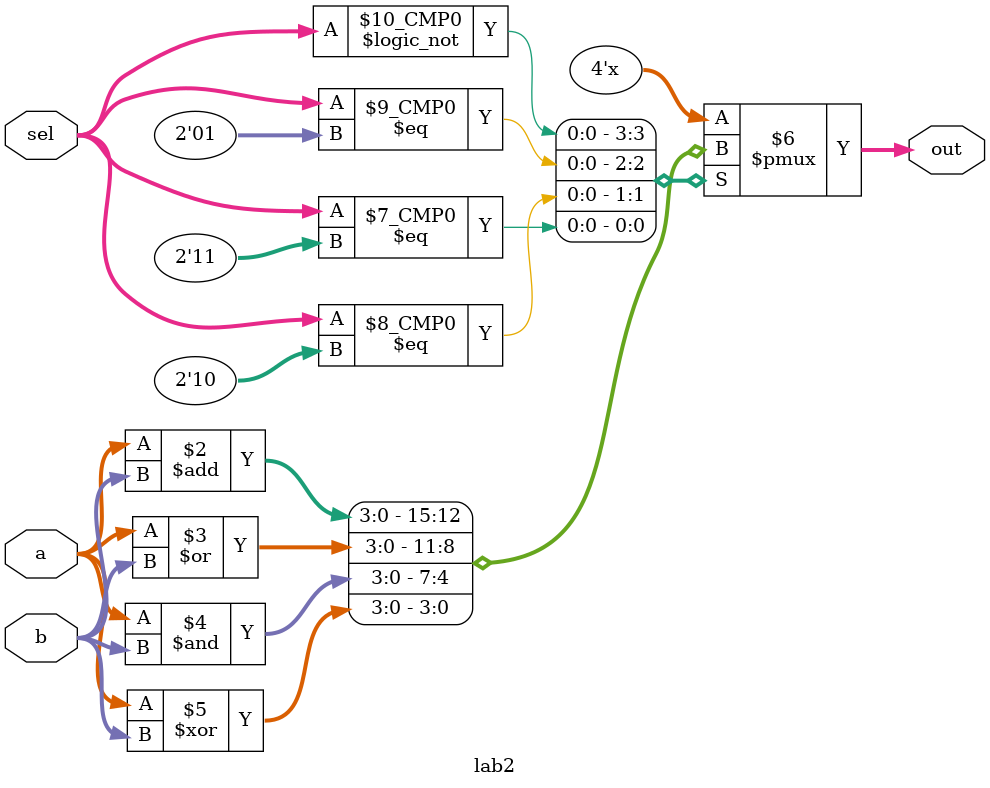
<source format=v>
module lab2 (
    input  [3:0] a,      // 4-bit 輸入 a
    input  [3:0] b,      // 4-bit 輸入 b
    input  [1:0] sel,    // 2-bit 選擇信號
    output reg [3:0] out // 4-bit 輸出結果
);

    // 根據 sel 的值決定輸出邏輯
    always @(*) begin
        case (sel)
            2'b00:   out = a + b;  // 加法
            2'b01:   out = a | b;  // 位元邏輯或 (OR)
            2'b10:   out = a & b;  // 位元邏輯與 (AND)
            2'b11:   out = a ^ b;  // 位元邏輯互斥或 (XOR)
            default: out = 4'b0000;
        endcase
    end

endmodule
</source>
